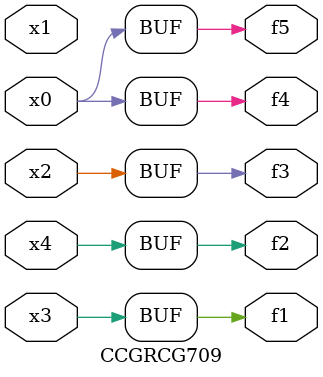
<source format=v>
module CCGRCG709(
	input x0, x1, x2, x3, x4,
	output f1, f2, f3, f4, f5
);
	assign f1 = x3;
	assign f2 = x4;
	assign f3 = x2;
	assign f4 = x0;
	assign f5 = x0;
endmodule

</source>
